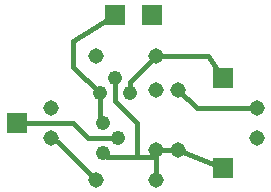
<source format=gbl>
G75*
G70*
%OFA0B0*%
%FSLAX24Y24*%
%IPPOS*%
%LPD*%
%AMOC8*
5,1,8,0,0,1.08239X$1,22.5*
%
%ADD10C,0.0476*%
%ADD11C,0.0515*%
%ADD12R,0.0709X0.0709*%
%ADD13C,0.0160*%
D10*
X003850Y004160D03*
X004350Y004660D03*
X003850Y005160D03*
X003725Y006160D03*
X004225Y006660D03*
X004725Y006160D03*
D11*
X003600Y003285D03*
X002100Y004660D03*
X002100Y005660D03*
X003600Y007410D03*
X005600Y007410D03*
X005600Y006285D03*
X006350Y006285D03*
X006350Y004285D03*
X005600Y004285D03*
X005600Y003285D03*
X008975Y004660D03*
X008975Y005660D03*
D12*
X007850Y006660D03*
X005475Y008785D03*
X004225Y008785D03*
X000975Y005160D03*
X007850Y003660D03*
D13*
X006350Y004285D01*
X005600Y004285D01*
X005600Y004035D01*
X004975Y004035D01*
X004975Y005160D01*
X004225Y005910D01*
X004225Y006660D01*
X004725Y006535D02*
X004725Y006160D01*
X004725Y006535D02*
X005600Y007410D01*
X007350Y007410D01*
X007850Y006660D01*
X006975Y005660D02*
X008975Y005660D01*
X006975Y005660D02*
X006350Y006285D01*
X004350Y004660D02*
X003350Y004660D01*
X002850Y005160D01*
X000975Y005160D01*
X002100Y004660D02*
X002350Y004535D01*
X003600Y003285D01*
X003975Y004035D02*
X003850Y004160D01*
X003975Y004035D02*
X004975Y004035D01*
X005600Y004035D02*
X005600Y003285D01*
X003850Y005160D02*
X003725Y005285D01*
X003725Y006160D01*
X002850Y007035D01*
X002850Y007910D01*
X004225Y008785D01*
M02*

</source>
